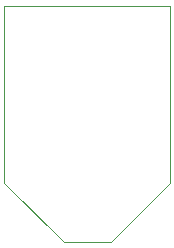
<source format=gbr>
%TF.GenerationSoftware,KiCad,Pcbnew,(5.1.6)-1*%
%TF.CreationDate,2020-10-13T17:40:21+02:00*%
%TF.ProjectId,LedAdapter,4c656441-6461-4707-9465-722e6b696361,rev?*%
%TF.SameCoordinates,Original*%
%TF.FileFunction,Profile,NP*%
%FSLAX46Y46*%
G04 Gerber Fmt 4.6, Leading zero omitted, Abs format (unit mm)*
G04 Created by KiCad (PCBNEW (5.1.6)-1) date 2020-10-13 17:40:21*
%MOMM*%
%LPD*%
G01*
G04 APERTURE LIST*
%TA.AperFunction,Profile*%
%ADD10C,0.050000*%
%TD*%
G04 APERTURE END LIST*
D10*
X137000000Y-100000000D02*
X142000000Y-95000000D01*
X128000000Y-95000000D02*
X133000000Y-100000000D01*
X128000000Y-80000000D02*
X128000000Y-95000000D01*
X142000000Y-80000000D02*
X128000000Y-80000000D01*
X142000000Y-95000000D02*
X142000000Y-80000000D01*
X133000000Y-100000000D02*
X137000000Y-100000000D01*
M02*

</source>
